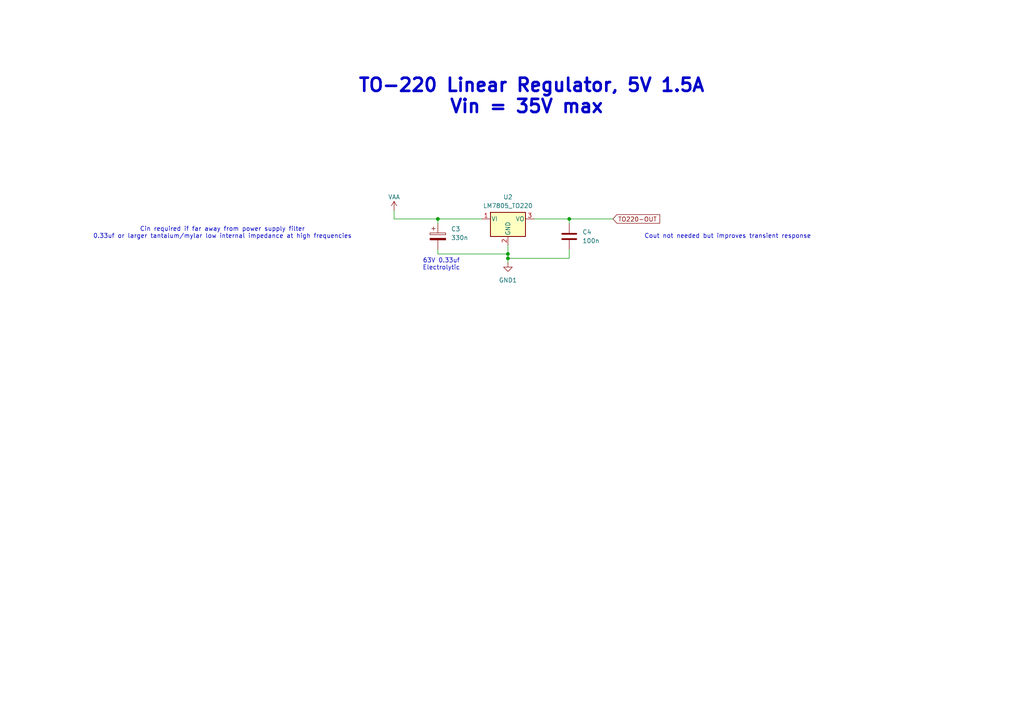
<source format=kicad_sch>
(kicad_sch
	(version 20250114)
	(generator "eeschema")
	(generator_version "9.0")
	(uuid "ab34ed39-165a-49d1-847e-4f8c8d8427a4")
	(paper "A4")
	(title_block
		(title "Regulator Evaluation Board")
		(date "2025-04-22")
		(rev "/")
		(company "HSRW ")
		(comment 1 "Jure Cubelic ")
	)
	(lib_symbols
		(symbol "Device:C"
			(pin_numbers
				(hide yes)
			)
			(pin_names
				(offset 0.254)
			)
			(exclude_from_sim no)
			(in_bom yes)
			(on_board yes)
			(property "Reference" "C"
				(at 0.635 2.54 0)
				(effects
					(font
						(size 1.27 1.27)
					)
					(justify left)
				)
			)
			(property "Value" "C"
				(at 0.635 -2.54 0)
				(effects
					(font
						(size 1.27 1.27)
					)
					(justify left)
				)
			)
			(property "Footprint" ""
				(at 0.9652 -3.81 0)
				(effects
					(font
						(size 1.27 1.27)
					)
					(hide yes)
				)
			)
			(property "Datasheet" "~"
				(at 0 0 0)
				(effects
					(font
						(size 1.27 1.27)
					)
					(hide yes)
				)
			)
			(property "Description" "Unpolarized capacitor"
				(at 0 0 0)
				(effects
					(font
						(size 1.27 1.27)
					)
					(hide yes)
				)
			)
			(property "ki_keywords" "cap capacitor"
				(at 0 0 0)
				(effects
					(font
						(size 1.27 1.27)
					)
					(hide yes)
				)
			)
			(property "ki_fp_filters" "C_*"
				(at 0 0 0)
				(effects
					(font
						(size 1.27 1.27)
					)
					(hide yes)
				)
			)
			(symbol "C_0_1"
				(polyline
					(pts
						(xy -2.032 0.762) (xy 2.032 0.762)
					)
					(stroke
						(width 0.508)
						(type default)
					)
					(fill
						(type none)
					)
				)
				(polyline
					(pts
						(xy -2.032 -0.762) (xy 2.032 -0.762)
					)
					(stroke
						(width 0.508)
						(type default)
					)
					(fill
						(type none)
					)
				)
			)
			(symbol "C_1_1"
				(pin passive line
					(at 0 3.81 270)
					(length 2.794)
					(name "~"
						(effects
							(font
								(size 1.27 1.27)
							)
						)
					)
					(number "1"
						(effects
							(font
								(size 1.27 1.27)
							)
						)
					)
				)
				(pin passive line
					(at 0 -3.81 90)
					(length 2.794)
					(name "~"
						(effects
							(font
								(size 1.27 1.27)
							)
						)
					)
					(number "2"
						(effects
							(font
								(size 1.27 1.27)
							)
						)
					)
				)
			)
			(embedded_fonts no)
		)
		(symbol "Device:C_Polarized"
			(pin_numbers
				(hide yes)
			)
			(pin_names
				(offset 0.254)
			)
			(exclude_from_sim no)
			(in_bom yes)
			(on_board yes)
			(property "Reference" "C"
				(at 0.635 2.54 0)
				(effects
					(font
						(size 1.27 1.27)
					)
					(justify left)
				)
			)
			(property "Value" "C_Polarized"
				(at 0.635 -2.54 0)
				(effects
					(font
						(size 1.27 1.27)
					)
					(justify left)
				)
			)
			(property "Footprint" ""
				(at 0.9652 -3.81 0)
				(effects
					(font
						(size 1.27 1.27)
					)
					(hide yes)
				)
			)
			(property "Datasheet" "~"
				(at 0 0 0)
				(effects
					(font
						(size 1.27 1.27)
					)
					(hide yes)
				)
			)
			(property "Description" "Polarized capacitor"
				(at 0 0 0)
				(effects
					(font
						(size 1.27 1.27)
					)
					(hide yes)
				)
			)
			(property "ki_keywords" "cap capacitor"
				(at 0 0 0)
				(effects
					(font
						(size 1.27 1.27)
					)
					(hide yes)
				)
			)
			(property "ki_fp_filters" "CP_*"
				(at 0 0 0)
				(effects
					(font
						(size 1.27 1.27)
					)
					(hide yes)
				)
			)
			(symbol "C_Polarized_0_1"
				(rectangle
					(start -2.286 0.508)
					(end 2.286 1.016)
					(stroke
						(width 0)
						(type default)
					)
					(fill
						(type none)
					)
				)
				(polyline
					(pts
						(xy -1.778 2.286) (xy -0.762 2.286)
					)
					(stroke
						(width 0)
						(type default)
					)
					(fill
						(type none)
					)
				)
				(polyline
					(pts
						(xy -1.27 2.794) (xy -1.27 1.778)
					)
					(stroke
						(width 0)
						(type default)
					)
					(fill
						(type none)
					)
				)
				(rectangle
					(start 2.286 -0.508)
					(end -2.286 -1.016)
					(stroke
						(width 0)
						(type default)
					)
					(fill
						(type outline)
					)
				)
			)
			(symbol "C_Polarized_1_1"
				(pin passive line
					(at 0 3.81 270)
					(length 2.794)
					(name "~"
						(effects
							(font
								(size 1.27 1.27)
							)
						)
					)
					(number "1"
						(effects
							(font
								(size 1.27 1.27)
							)
						)
					)
				)
				(pin passive line
					(at 0 -3.81 90)
					(length 2.794)
					(name "~"
						(effects
							(font
								(size 1.27 1.27)
							)
						)
					)
					(number "2"
						(effects
							(font
								(size 1.27 1.27)
							)
						)
					)
				)
			)
			(embedded_fonts no)
		)
		(symbol "Regulator_Linear:LM7805_TO220"
			(pin_names
				(offset 0.254)
			)
			(exclude_from_sim no)
			(in_bom yes)
			(on_board yes)
			(property "Reference" "U"
				(at -3.81 3.175 0)
				(effects
					(font
						(size 1.27 1.27)
					)
				)
			)
			(property "Value" "LM7805_TO220"
				(at 0 3.175 0)
				(effects
					(font
						(size 1.27 1.27)
					)
					(justify left)
				)
			)
			(property "Footprint" "Package_TO_SOT_THT:TO-220-3_Vertical"
				(at 0 5.715 0)
				(effects
					(font
						(size 1.27 1.27)
						(italic yes)
					)
					(hide yes)
				)
			)
			(property "Datasheet" "https://www.onsemi.cn/PowerSolutions/document/MC7800-D.PDF"
				(at 0 -1.27 0)
				(effects
					(font
						(size 1.27 1.27)
					)
					(hide yes)
				)
			)
			(property "Description" "Positive 1A 35V Linear Regulator, Fixed Output 5V, TO-220"
				(at 0 0 0)
				(effects
					(font
						(size 1.27 1.27)
					)
					(hide yes)
				)
			)
			(property "ki_keywords" "Voltage Regulator 1A Positive"
				(at 0 0 0)
				(effects
					(font
						(size 1.27 1.27)
					)
					(hide yes)
				)
			)
			(property "ki_fp_filters" "TO?220*"
				(at 0 0 0)
				(effects
					(font
						(size 1.27 1.27)
					)
					(hide yes)
				)
			)
			(symbol "LM7805_TO220_0_1"
				(rectangle
					(start -5.08 1.905)
					(end 5.08 -5.08)
					(stroke
						(width 0.254)
						(type default)
					)
					(fill
						(type background)
					)
				)
			)
			(symbol "LM7805_TO220_1_1"
				(pin power_in line
					(at -7.62 0 0)
					(length 2.54)
					(name "VI"
						(effects
							(font
								(size 1.27 1.27)
							)
						)
					)
					(number "1"
						(effects
							(font
								(size 1.27 1.27)
							)
						)
					)
				)
				(pin power_in line
					(at 0 -7.62 90)
					(length 2.54)
					(name "GND"
						(effects
							(font
								(size 1.27 1.27)
							)
						)
					)
					(number "2"
						(effects
							(font
								(size 1.27 1.27)
							)
						)
					)
				)
				(pin power_out line
					(at 7.62 0 180)
					(length 2.54)
					(name "VO"
						(effects
							(font
								(size 1.27 1.27)
							)
						)
					)
					(number "3"
						(effects
							(font
								(size 1.27 1.27)
							)
						)
					)
				)
			)
			(embedded_fonts no)
		)
		(symbol "power:GND1"
			(power)
			(pin_numbers
				(hide yes)
			)
			(pin_names
				(offset 0)
				(hide yes)
			)
			(exclude_from_sim no)
			(in_bom yes)
			(on_board yes)
			(property "Reference" "#PWR"
				(at 0 -6.35 0)
				(effects
					(font
						(size 1.27 1.27)
					)
					(hide yes)
				)
			)
			(property "Value" "GND1"
				(at 0 -3.81 0)
				(effects
					(font
						(size 1.27 1.27)
					)
				)
			)
			(property "Footprint" ""
				(at 0 0 0)
				(effects
					(font
						(size 1.27 1.27)
					)
					(hide yes)
				)
			)
			(property "Datasheet" ""
				(at 0 0 0)
				(effects
					(font
						(size 1.27 1.27)
					)
					(hide yes)
				)
			)
			(property "Description" "Power symbol creates a global label with name \"GND1\" , ground"
				(at 0 0 0)
				(effects
					(font
						(size 1.27 1.27)
					)
					(hide yes)
				)
			)
			(property "ki_keywords" "global power"
				(at 0 0 0)
				(effects
					(font
						(size 1.27 1.27)
					)
					(hide yes)
				)
			)
			(symbol "GND1_0_1"
				(polyline
					(pts
						(xy 0 0) (xy 0 -1.27) (xy 1.27 -1.27) (xy 0 -2.54) (xy -1.27 -1.27) (xy 0 -1.27)
					)
					(stroke
						(width 0)
						(type default)
					)
					(fill
						(type none)
					)
				)
			)
			(symbol "GND1_1_1"
				(pin power_in line
					(at 0 0 270)
					(length 0)
					(name "~"
						(effects
							(font
								(size 1.27 1.27)
							)
						)
					)
					(number "1"
						(effects
							(font
								(size 1.27 1.27)
							)
						)
					)
				)
			)
			(embedded_fonts no)
		)
		(symbol "power:VAA"
			(power)
			(pin_numbers
				(hide yes)
			)
			(pin_names
				(offset 0)
				(hide yes)
			)
			(exclude_from_sim no)
			(in_bom yes)
			(on_board yes)
			(property "Reference" "#PWR"
				(at 0 -3.81 0)
				(effects
					(font
						(size 1.27 1.27)
					)
					(hide yes)
				)
			)
			(property "Value" "VAA"
				(at 0 3.556 0)
				(effects
					(font
						(size 1.27 1.27)
					)
				)
			)
			(property "Footprint" ""
				(at 0 0 0)
				(effects
					(font
						(size 1.27 1.27)
					)
					(hide yes)
				)
			)
			(property "Datasheet" ""
				(at 0 0 0)
				(effects
					(font
						(size 1.27 1.27)
					)
					(hide yes)
				)
			)
			(property "Description" "Power symbol creates a global label with name \"VAA\""
				(at 0 0 0)
				(effects
					(font
						(size 1.27 1.27)
					)
					(hide yes)
				)
			)
			(property "ki_keywords" "global power"
				(at 0 0 0)
				(effects
					(font
						(size 1.27 1.27)
					)
					(hide yes)
				)
			)
			(symbol "VAA_0_1"
				(polyline
					(pts
						(xy -0.762 1.27) (xy 0 2.54)
					)
					(stroke
						(width 0)
						(type default)
					)
					(fill
						(type none)
					)
				)
				(polyline
					(pts
						(xy 0 2.54) (xy 0.762 1.27)
					)
					(stroke
						(width 0)
						(type default)
					)
					(fill
						(type none)
					)
				)
				(polyline
					(pts
						(xy 0 0) (xy 0 2.54)
					)
					(stroke
						(width 0)
						(type default)
					)
					(fill
						(type none)
					)
				)
			)
			(symbol "VAA_1_1"
				(pin power_in line
					(at 0 0 90)
					(length 0)
					(name "~"
						(effects
							(font
								(size 1.27 1.27)
							)
						)
					)
					(number "1"
						(effects
							(font
								(size 1.27 1.27)
							)
						)
					)
				)
			)
			(embedded_fonts no)
		)
	)
	(text "63V 0.33uf\nElectrolytic\n"
		(exclude_from_sim no)
		(at 128.016 76.708 0)
		(effects
			(font
				(size 1.27 1.27)
			)
		)
		(uuid "46697092-5dfa-472b-a770-20f0c74d1143")
	)
	(text "TO-220 Linear Regulator, 5V 1.5A\nVin = 35V max "
		(exclude_from_sim no)
		(at 154.178 27.94 0)
		(effects
			(font
				(size 3.81 3.81)
				(thickness 0.762)
				(bold yes)
			)
		)
		(uuid "4ae5b066-4904-46bb-a718-7829ec759f0f")
	)
	(text "Cin required if far away from power supply filter\n0.33uf or larger tantalum/mylar low internal impedance at high frequencies"
		(exclude_from_sim no)
		(at 64.516 67.564 0)
		(effects
			(font
				(size 1.27 1.27)
			)
		)
		(uuid "a77717ad-be85-44ec-aafc-952a934bd7a4")
	)
	(text "Cout not needed but improves transient response\n"
		(exclude_from_sim no)
		(at 211.074 68.58 0)
		(effects
			(font
				(size 1.27 1.27)
			)
		)
		(uuid "c8910ad2-6c63-4d4b-a2b9-9e25d0ce172a")
	)
	(junction
		(at 165.1 63.5)
		(diameter 0)
		(color 0 0 0 0)
		(uuid "07b7288f-b0ed-4c8a-b737-a9a576637bab")
	)
	(junction
		(at 127 63.5)
		(diameter 0)
		(color 0 0 0 0)
		(uuid "6a899e23-66e3-425d-b9f8-880bd841bf48")
	)
	(junction
		(at 147.32 74.93)
		(diameter 0)
		(color 0 0 0 0)
		(uuid "a5edd030-38e2-408e-b741-b1ff03b2ce89")
	)
	(junction
		(at 147.32 73.66)
		(diameter 0)
		(color 0 0 0 0)
		(uuid "ccae75ca-af80-4738-9cd2-e0292b151ddc")
	)
	(wire
		(pts
			(xy 127 72.39) (xy 127 73.66)
		)
		(stroke
			(width 0)
			(type default)
		)
		(uuid "09bd37b5-8b44-482f-b110-9576df9a1723")
	)
	(wire
		(pts
			(xy 165.1 63.5) (xy 165.1 64.77)
		)
		(stroke
			(width 0)
			(type default)
		)
		(uuid "127eb5c1-be43-4bbc-b143-0bbfdd239477")
	)
	(wire
		(pts
			(xy 165.1 72.39) (xy 165.1 74.93)
		)
		(stroke
			(width 0)
			(type default)
		)
		(uuid "20fc4191-6c80-45d3-b1e8-10dd020ade46")
	)
	(wire
		(pts
			(xy 114.3 60.96) (xy 114.3 63.5)
		)
		(stroke
			(width 0)
			(type default)
		)
		(uuid "4bbda5cf-d17d-499f-b9a7-58816617b2d5")
	)
	(wire
		(pts
			(xy 165.1 74.93) (xy 147.32 74.93)
		)
		(stroke
			(width 0)
			(type default)
		)
		(uuid "6fb4a4b2-054b-487f-92bf-9bba8d7d06ab")
	)
	(wire
		(pts
			(xy 147.32 73.66) (xy 147.32 71.12)
		)
		(stroke
			(width 0)
			(type default)
		)
		(uuid "7619fcab-5a4b-4ca8-9dfa-9684f1423d95")
	)
	(wire
		(pts
			(xy 127 64.77) (xy 127 63.5)
		)
		(stroke
			(width 0)
			(type default)
		)
		(uuid "79cc855d-3009-4de0-a03e-184646ca10f6")
	)
	(wire
		(pts
			(xy 127 63.5) (xy 139.7 63.5)
		)
		(stroke
			(width 0)
			(type default)
		)
		(uuid "87b0cd68-ae7b-4206-935e-bdba7739094a")
	)
	(wire
		(pts
			(xy 154.94 63.5) (xy 165.1 63.5)
		)
		(stroke
			(width 0)
			(type default)
		)
		(uuid "a8c55713-1f56-418c-ab33-46b6c08a7243")
	)
	(wire
		(pts
			(xy 147.32 74.93) (xy 147.32 76.2)
		)
		(stroke
			(width 0)
			(type default)
		)
		(uuid "ab715b4d-76a7-44cd-ad9d-64076089fcbd")
	)
	(wire
		(pts
			(xy 165.1 63.5) (xy 177.8 63.5)
		)
		(stroke
			(width 0)
			(type default)
		)
		(uuid "c36b468c-e9c8-40c0-b062-6fd92b47aa8d")
	)
	(wire
		(pts
			(xy 147.32 73.66) (xy 147.32 74.93)
		)
		(stroke
			(width 0)
			(type default)
		)
		(uuid "d6b157ff-9c1c-4980-964d-47af90986f04")
	)
	(wire
		(pts
			(xy 114.3 63.5) (xy 127 63.5)
		)
		(stroke
			(width 0)
			(type default)
		)
		(uuid "fc2b0d5d-eb8c-4b42-9bc0-ccd30d704bbd")
	)
	(wire
		(pts
			(xy 127 73.66) (xy 147.32 73.66)
		)
		(stroke
			(width 0)
			(type default)
		)
		(uuid "fe6bcd2b-41a1-4f1e-9c38-1d89658675f9")
	)
	(global_label "TO220-OUT"
		(shape input)
		(at 177.8 63.5 0)
		(fields_autoplaced yes)
		(effects
			(font
				(size 1.27 1.27)
			)
			(justify left)
		)
		(uuid "adb88776-d451-46dc-83bb-d0faad008de5")
		(property "Intersheetrefs" "${INTERSHEET_REFS}"
			(at 191.9128 63.5 0)
			(effects
				(font
					(size 1.27 1.27)
				)
				(justify left)
				(hide yes)
			)
		)
	)
	(symbol
		(lib_id "Device:C_Polarized")
		(at 127 68.58 0)
		(unit 1)
		(exclude_from_sim no)
		(in_bom yes)
		(on_board yes)
		(dnp no)
		(fields_autoplaced yes)
		(uuid "0a70b67d-0fae-4fbb-b9eb-ed5806fc53fb")
		(property "Reference" "C3"
			(at 130.81 66.4209 0)
			(effects
				(font
					(size 1.27 1.27)
				)
				(justify left)
			)
		)
		(property "Value" "330n"
			(at 130.81 68.9609 0)
			(effects
				(font
					(size 1.27 1.27)
				)
				(justify left)
			)
		)
		(property "Footprint" "Capacitor_THT:C_Radial_D4.0mm_H7.0mm_P1.50mm"
			(at 127.9652 72.39 0)
			(effects
				(font
					(size 1.27 1.27)
				)
				(hide yes)
			)
		)
		(property "Datasheet" "~"
			(at 127 68.58 0)
			(effects
				(font
					(size 1.27 1.27)
				)
				(hide yes)
			)
		)
		(property "Description" "Polarized capacitor"
			(at 127 68.58 0)
			(effects
				(font
					(size 1.27 1.27)
				)
				(hide yes)
			)
		)
		(pin "2"
			(uuid "adff4cf0-60a4-4dab-998f-57ab7d7e0243")
		)
		(pin "1"
			(uuid "430a8efb-2361-43e9-bded-b66d38f75f3a")
		)
		(instances
			(project "RegulatorEvaluationBoard"
				(path "/3e45da4c-132a-439a-a567-ab5eeca3e151/8cc96a61-e97a-4880-b8f1-de2afb9f0b14"
					(reference "C3")
					(unit 1)
				)
			)
		)
	)
	(symbol
		(lib_id "Device:C")
		(at 165.1 68.58 0)
		(unit 1)
		(exclude_from_sim no)
		(in_bom yes)
		(on_board yes)
		(dnp no)
		(fields_autoplaced yes)
		(uuid "78c57e95-b509-4dd9-9457-ce2b46fd2742")
		(property "Reference" "C4"
			(at 168.91 67.3099 0)
			(effects
				(font
					(size 1.27 1.27)
				)
				(justify left)
			)
		)
		(property "Value" "100n"
			(at 168.91 69.8499 0)
			(effects
				(font
					(size 1.27 1.27)
				)
				(justify left)
			)
		)
		(property "Footprint" "Capacitor_SMD:C_1206_3216Metric"
			(at 166.0652 72.39 0)
			(effects
				(font
					(size 1.27 1.27)
				)
				(hide yes)
			)
		)
		(property "Datasheet" "~"
			(at 165.1 68.58 0)
			(effects
				(font
					(size 1.27 1.27)
				)
				(hide yes)
			)
		)
		(property "Description" "Unpolarized capacitor"
			(at 165.1 68.58 0)
			(effects
				(font
					(size 1.27 1.27)
				)
				(hide yes)
			)
		)
		(pin "2"
			(uuid "83c1b812-10b6-4e17-b28d-bd2d312f5cd8")
		)
		(pin "1"
			(uuid "fa2aed70-1f14-46c0-92f6-40b120025b9c")
		)
		(instances
			(project ""
				(path "/3e45da4c-132a-439a-a567-ab5eeca3e151/8cc96a61-e97a-4880-b8f1-de2afb9f0b14"
					(reference "C4")
					(unit 1)
				)
			)
		)
	)
	(symbol
		(lib_id "Regulator_Linear:LM7805_TO220")
		(at 147.32 63.5 0)
		(unit 1)
		(exclude_from_sim no)
		(in_bom yes)
		(on_board yes)
		(dnp no)
		(fields_autoplaced yes)
		(uuid "8739bd69-b2d4-45c9-87f4-0067e79e0767")
		(property "Reference" "U2"
			(at 147.32 57.15 0)
			(effects
				(font
					(size 1.27 1.27)
				)
			)
		)
		(property "Value" "LM7805_TO220"
			(at 147.32 59.69 0)
			(effects
				(font
					(size 1.27 1.27)
				)
			)
		)
		(property "Footprint" "Package_TO_SOT_THT:TO-220-3_Horizontal_TabDown"
			(at 147.32 57.785 0)
			(effects
				(font
					(size 1.27 1.27)
					(italic yes)
				)
				(hide yes)
			)
		)
		(property "Datasheet" "https://www.onsemi.cn/PowerSolutions/document/MC7800-D.PDF"
			(at 147.32 64.77 0)
			(effects
				(font
					(size 1.27 1.27)
				)
				(hide yes)
			)
		)
		(property "Description" "Positive 1A 35V Linear Regulator, Fixed Output 5V, TO-220"
			(at 147.32 63.5 0)
			(effects
				(font
					(size 1.27 1.27)
				)
				(hide yes)
			)
		)
		(pin "2"
			(uuid "b40a3d06-2892-49d7-9426-e04733ac79cf")
		)
		(pin "1"
			(uuid "540557bd-6126-42e3-b0a7-d33f121cbd16")
		)
		(pin "3"
			(uuid "2a3fad6f-8415-49ce-92d8-f0cbc108a389")
		)
		(instances
			(project ""
				(path "/3e45da4c-132a-439a-a567-ab5eeca3e151/8cc96a61-e97a-4880-b8f1-de2afb9f0b14"
					(reference "U2")
					(unit 1)
				)
			)
		)
	)
	(symbol
		(lib_id "power:GND1")
		(at 147.32 76.2 0)
		(unit 1)
		(exclude_from_sim no)
		(in_bom yes)
		(on_board yes)
		(dnp no)
		(fields_autoplaced yes)
		(uuid "a859355d-d415-4753-a697-da9883b54606")
		(property "Reference" "#PWR016"
			(at 147.32 82.55 0)
			(effects
				(font
					(size 1.27 1.27)
				)
				(hide yes)
			)
		)
		(property "Value" "GND1"
			(at 147.32 81.28 0)
			(effects
				(font
					(size 1.27 1.27)
				)
			)
		)
		(property "Footprint" ""
			(at 147.32 76.2 0)
			(effects
				(font
					(size 1.27 1.27)
				)
				(hide yes)
			)
		)
		(property "Datasheet" ""
			(at 147.32 76.2 0)
			(effects
				(font
					(size 1.27 1.27)
				)
				(hide yes)
			)
		)
		(property "Description" "Power symbol creates a global label with name \"GND1\" , ground"
			(at 147.32 76.2 0)
			(effects
				(font
					(size 1.27 1.27)
				)
				(hide yes)
			)
		)
		(pin "1"
			(uuid "80db9228-56ab-44af-a6f0-00fe83593c5a")
		)
		(instances
			(project "RegulatorEvaluationBoard"
				(path "/3e45da4c-132a-439a-a567-ab5eeca3e151/8cc96a61-e97a-4880-b8f1-de2afb9f0b14"
					(reference "#PWR016")
					(unit 1)
				)
			)
		)
	)
	(symbol
		(lib_id "power:VAA")
		(at 114.3 60.96 0)
		(unit 1)
		(exclude_from_sim no)
		(in_bom yes)
		(on_board yes)
		(dnp no)
		(uuid "a9dd8ee6-372a-4d66-a164-a175f8cc4038")
		(property "Reference" "#PWR015"
			(at 114.3 64.77 0)
			(effects
				(font
					(size 1.27 1.27)
				)
				(hide yes)
			)
		)
		(property "Value" "VAA"
			(at 114.3 57.15 0)
			(effects
				(font
					(size 1.27 1.27)
				)
			)
		)
		(property "Footprint" ""
			(at 114.3 60.96 0)
			(effects
				(font
					(size 1.27 1.27)
				)
				(hide yes)
			)
		)
		(property "Datasheet" ""
			(at 114.3 60.96 0)
			(effects
				(font
					(size 1.27 1.27)
				)
				(hide yes)
			)
		)
		(property "Description" "Power symbol creates a global label with name \"VAA\""
			(at 114.3 60.96 0)
			(effects
				(font
					(size 1.27 1.27)
				)
				(hide yes)
			)
		)
		(pin "1"
			(uuid "25eeaf05-ad53-4e56-9d18-2b6be2184e64")
		)
		(instances
			(project "RegulatorEvaluationBoard"
				(path "/3e45da4c-132a-439a-a567-ab5eeca3e151/8cc96a61-e97a-4880-b8f1-de2afb9f0b14"
					(reference "#PWR015")
					(unit 1)
				)
			)
		)
	)
)

</source>
